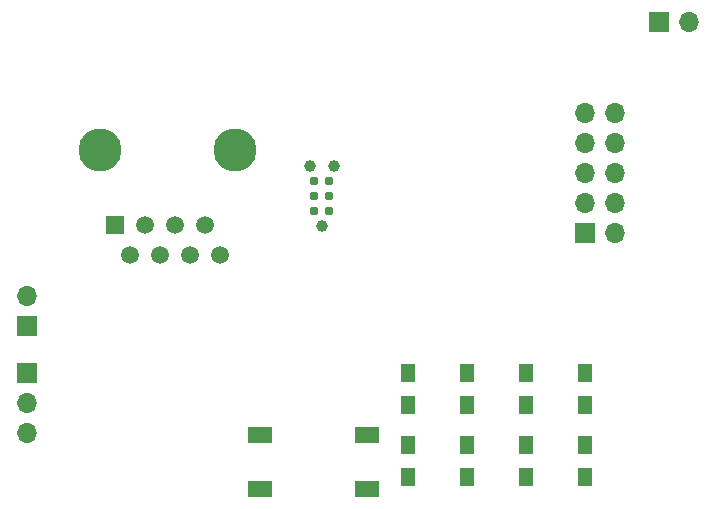
<source format=gbr>
G04 #@! TF.FileFunction,Soldermask,Top*
%FSLAX46Y46*%
G04 Gerber Fmt 4.6, Leading zero omitted, Abs format (unit mm)*
G04 Created by KiCad (PCBNEW 4.0.0-rc1-stable) date 05/10/2017 19:39:07*
%MOMM*%
G01*
G04 APERTURE LIST*
%ADD10C,0.100000*%
%ADD11R,1.700000X1.700000*%
%ADD12O,1.700000X1.700000*%
%ADD13C,3.650000*%
%ADD14R,1.500000X1.500000*%
%ADD15C,1.500000*%
%ADD16R,2.100000X1.400000*%
%ADD17C,0.990600*%
%ADD18C,0.787400*%
%ADD19R,1.300000X1.500000*%
G04 APERTURE END LIST*
D10*
D11*
X159450000Y-105600000D03*
D12*
X159450000Y-103060000D03*
D11*
X159450000Y-109650000D03*
D12*
X159450000Y-112190000D03*
X159450000Y-114730000D03*
D11*
X206700000Y-97750000D03*
D12*
X209240000Y-97750000D03*
X206700000Y-95210000D03*
X209240000Y-95210000D03*
X206700000Y-92670000D03*
X209240000Y-92670000D03*
X206700000Y-90130000D03*
X209240000Y-90130000D03*
X206700000Y-87590000D03*
X209240000Y-87590000D03*
D13*
X177020000Y-90710000D03*
X165590000Y-90710000D03*
D14*
X166860000Y-97060000D03*
D15*
X168130000Y-99600000D03*
X169400000Y-97060000D03*
X170670000Y-99600000D03*
X171940000Y-97060000D03*
X173210000Y-99600000D03*
X174480000Y-97060000D03*
X175750000Y-99600000D03*
D11*
X212960000Y-79900000D03*
D12*
X215500000Y-79900000D03*
D16*
X179150000Y-119400000D03*
X188250000Y-119400000D03*
X188250000Y-114900000D03*
X179150000Y-114900000D03*
D17*
X183384000Y-92110000D03*
X185416000Y-92110000D03*
X184400000Y-97190000D03*
D18*
X185035000Y-95920000D03*
X183765000Y-95920000D03*
X185035000Y-94650000D03*
X183765000Y-94650000D03*
X185035000Y-93380000D03*
X183765000Y-93380000D03*
D19*
X196700000Y-118450000D03*
X196700000Y-115750000D03*
X201700000Y-118450000D03*
X201700000Y-115750000D03*
X206700000Y-118450000D03*
X206700000Y-115750000D03*
X191700000Y-118450000D03*
X191700000Y-115750000D03*
X196713000Y-109590000D03*
X196713000Y-112290000D03*
X201661000Y-109590000D03*
X201661000Y-112290000D03*
X206709000Y-109590000D03*
X206709000Y-112290000D03*
X191670000Y-109590000D03*
X191670000Y-112290000D03*
M02*

</source>
